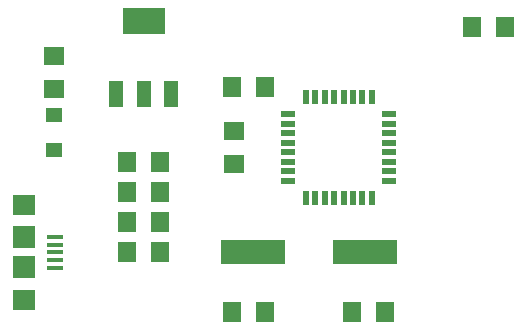
<source format=gtp>
G75*
%MOIN*%
%OFA0B0*%
%FSLAX25Y25*%
%IPPOS*%
%LPD*%
%AMOC8*
5,1,8,0,0,1.08239X$1,22.5*
%
%ADD10R,0.06299X0.07087*%
%ADD11R,0.07087X0.06299*%
%ADD12R,0.05512X0.04724*%
%ADD13R,0.05000X0.02200*%
%ADD14R,0.02200X0.05000*%
%ADD15R,0.05512X0.01378*%
%ADD16R,0.07480X0.07087*%
%ADD17R,0.07480X0.07480*%
%ADD18R,0.21654X0.07874*%
%ADD19R,0.04800X0.08800*%
%ADD20R,0.14173X0.08661*%
D10*
X0049988Y0041000D03*
X0061012Y0041000D03*
X0061012Y0051000D03*
X0049988Y0051000D03*
X0049988Y0061000D03*
X0061012Y0061000D03*
X0061012Y0071000D03*
X0049988Y0071000D03*
X0084988Y0096000D03*
X0096012Y0096000D03*
X0164988Y0116000D03*
X0176012Y0116000D03*
X0136012Y0021000D03*
X0124988Y0021000D03*
X0096012Y0021000D03*
X0084988Y0021000D03*
D11*
X0085500Y0070488D03*
X0085500Y0081512D03*
X0025500Y0095488D03*
X0025500Y0106512D03*
D12*
X0025500Y0086906D03*
X0025500Y0075094D03*
D13*
X0103600Y0074425D03*
X0103600Y0077575D03*
X0103600Y0080724D03*
X0103600Y0083874D03*
X0103600Y0087024D03*
X0103600Y0071276D03*
X0103600Y0068126D03*
X0103600Y0064976D03*
X0137400Y0064976D03*
X0137400Y0068126D03*
X0137400Y0071276D03*
X0137400Y0074425D03*
X0137400Y0077575D03*
X0137400Y0080724D03*
X0137400Y0083874D03*
X0137400Y0087024D03*
D14*
X0131524Y0092900D03*
X0128374Y0092900D03*
X0125224Y0092900D03*
X0122075Y0092900D03*
X0118925Y0092900D03*
X0115776Y0092900D03*
X0112626Y0092900D03*
X0109476Y0092900D03*
X0109476Y0059100D03*
X0112626Y0059100D03*
X0115776Y0059100D03*
X0118925Y0059100D03*
X0122075Y0059100D03*
X0125224Y0059100D03*
X0128374Y0059100D03*
X0131524Y0059100D03*
D15*
X0025933Y0046118D03*
X0025933Y0043559D03*
X0025933Y0041000D03*
X0025933Y0038441D03*
X0025933Y0035882D03*
D16*
X0015500Y0025252D03*
X0015500Y0056748D03*
D17*
X0015500Y0046000D03*
X0015500Y0036000D03*
D18*
X0091799Y0041000D03*
X0129201Y0041000D03*
D19*
X0064600Y0093800D03*
X0055500Y0093800D03*
X0046400Y0093800D03*
D20*
X0055500Y0118201D03*
M02*

</source>
